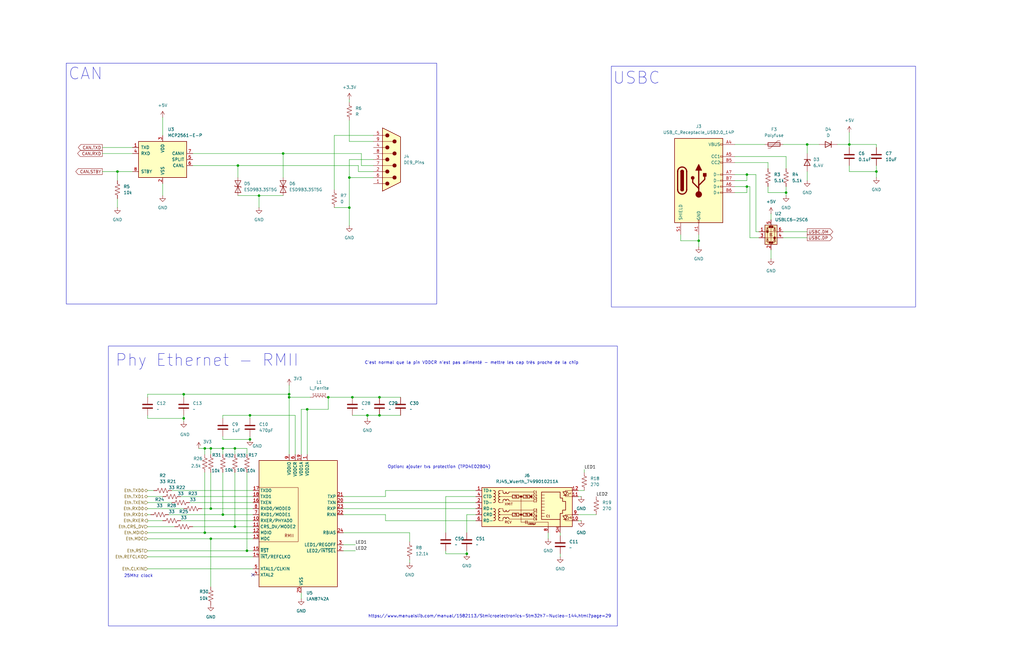
<source format=kicad_sch>
(kicad_sch (version 20250114) (generator "eeschema") (generator_version "9.0")
  (paper "B")
  (lib_symbols
    (symbol "Connector:DE9_Pins" (pin_names (offset 1.016) (hide yes))
      (property "Reference" "J" (at 0 13.97 0))
      (property "Value" "DE9_Pins" (at 0 -14.605 0))
      (symbol "DE9_Pins_1_1"
        (pin passive line (at -7.62 10.16 0) (length 3.81) (name "5") (number "5"))
        (pin passive line (at -7.62 7.62 0) (length 3.81) (name "9") (number "9"))
        (pin passive line (at -7.62 5.08 0) (length 3.81) (name "4") (number "4"))
        (pin passive line (at -7.62 2.54 0) (length 3.81) (name "8") (number "8"))
        (pin passive line (at -7.62 0 0) (length 3.81) (name "3") (number "3"))
        (pin passive line (at -7.62 -2.54 0) (length 3.81) (name "7") (number "7"))
        (pin passive line (at -7.62 -5.08 0) (length 3.81) (name "2") (number "2"))
        (pin passive line (at -7.62 -7.62 0) (length 3.81) (name "6") (number "6"))
        (pin passive line (at -7.62 -10.16 0) (length 3.81) (name "1") (number "1"))
      )
    )
    (symbol "Connector:RJ45_Wuerth_7499010211A"
      (property "Reference" "J" (at 17.78 10.16 0))
      (property "Value" "RJ45_Wuerth_7499010211A" (at -6.35 10.16 0))
      (symbol "RJ45_Wuerth_7499010211A_0_0"
        (text "XMIT" (at -8.255 1.905 0) (effects (font (size 1.016 1.016)) (justify left)))
        (text "RCV" (at -8.255 -5.715 0) (effects (font (size 1.016 1.016)) (justify left)))
        (text "C1" (at 4.699 6.985 0) (effects (font (size 0.889 0.889))))
        (text "C4" (at 4.699 5.715 0) (effects (font (size 0.889 0.889))))
        (text "C5" (at 4.699 4.445 0) (effects (font (size 0.889 0.889))))
        (text "C2" (at 4.699 3.175 0) (effects (font (size 0.889 0.889))))
        (text "C3" (at 4.699 -0.635 0) (effects (font (size 0.889 0.889))))
        (text "C7" (at 4.699 -1.905 0) (effects (font (size 0.889 0.889))))
        (text "C8" (at 4.699 -3.175 0) (effects (font (size 0.889 0.889))))
        (text "C6" (at 4.699 -4.445 0) (effects (font (size 0.889 0.889))))
        (text "C1" (at 10.16 -3.175 0) (effects (font (size 0.889 0.889))))
      )
      (symbol "RJ45_Wuerth_7499010211A_1_0"
        (text "1000pF" (at 3.302 -6.477 0) (effects (font (size 0.635 0.635))))
      )
      (symbol "RJ45_Wuerth_7499010211A_1_1"
        (text "75" (at -3.556 5.08 0) (effects (font (size 0.635 0.635))))
        (text "75" (at -3.556 -2.54 0) (effects (font (size 0.635 0.635))))
        (text "75" (at 1.016 5.08 0) (effects (font (size 0.635 0.635))))
        (text "75" (at 1.016 -2.54 0) (effects (font (size 0.635 0.635))))
        (text "Y" (at 19.558 6.35 0) (effects (font (size 0.635 0.635))))
        (text "G" (at 19.685 -3.81 0) (effects (font (size 0.635 0.635))))
        (pin passive line (at -20.32 7.62 0) (length 2.54) (name "TD+") (number "1"))
        (pin passive line (at -20.32 5.08 0) (length 2.54) (name "CTD") (number "4"))
        (pin passive line (at -20.32 2.54 0) (length 2.54) (name "TD-") (number "2"))
        (pin passive line (at -20.32 0 0) (length 2.54) (name "RD+") (number "3"))
        (pin passive line (at -20.32 -2.54 0) (length 2.54) (name "CRD") (number "5"))
        (pin passive line (at -20.32 -5.08 0) (length 2.54) (name "RD-") (number "6"))
        (pin power_in line (at 10.16 -10.16 90) (length 2.54) (name "") (number "8"))
        (pin passive line (at 15.24 -10.16 90) (length 2.54) (name "") (number "SH"))
        (pin no_connect line (at 20.32 0 0) (length 0) (hide yes) (name "NC") (number "7"))
        (pin passive line (at 22.86 7.62 180) (length 2.54) (name "") (number "12"))
        (pin passive line (at 22.86 5.08 180) (length 2.54) (name "") (number "11"))
        (pin passive line (at 22.86 -2.54 180) (length 2.54) (name "") (number "9"))
        (pin passive line (at 22.86 -5.08 180) (length 2.54) (name "") (number "10"))
      )
    )
    (symbol "Connector:USB_C_Receptacle_USB2.0_14P" (pin_names (offset 1.016))
      (property "Reference" "J" (at 0 22.225 0))
      (property "Value" "USB_C_Receptacle_USB2.0_14P" (at 0 19.685 0))
      (symbol "USB_C_Receptacle_USB2.0_14P_1_1"
        (pin passive line (at -7.62 -22.86 90) (length 5.08) (name "SHIELD") (number "S1"))
        (pin passive line (at 0 -22.86 90) (length 5.08) (name "GND") (number "A1"))
        (pin passive line (at 0 -22.86 90) (length 5.08) (hide yes) (name "GND") (number "A12"))
        (pin passive line (at 0 -22.86 90) (length 5.08) (hide yes) (name "GND") (number "B1"))
        (pin passive line (at 0 -22.86 90) (length 5.08) (hide yes) (name "GND") (number "B12"))
        (pin passive line (at 15.24 15.24 180) (length 5.08) (name "VBUS") (number "A4"))
        (pin passive line (at 15.24 15.24 180) (length 5.08) (hide yes) (name "VBUS") (number "A9"))
        (pin passive line (at 15.24 15.24 180) (length 5.08) (hide yes) (name "VBUS") (number "B4"))
        (pin passive line (at 15.24 15.24 180) (length 5.08) (hide yes) (name "VBUS") (number "B9"))
        (pin bidirectional line (at 15.24 10.16 180) (length 5.08) (name "CC1") (number "A5"))
        (pin bidirectional line (at 15.24 7.62 180) (length 5.08) (name "CC2") (number "B5"))
        (pin bidirectional line (at 15.24 2.54 180) (length 5.08) (name "D-") (number "A7"))
        (pin bidirectional line (at 15.24 0 180) (length 5.08) (name "D-") (number "B7"))
        (pin bidirectional line (at 15.24 -2.54 180) (length 5.08) (name "D+") (number "A6"))
        (pin bidirectional line (at 15.24 -5.08 180) (length 5.08) (name "D+") (number "B6"))
      )
    )
    (symbol "Device:C" (pin_numbers (hide yes)) (pin_names (offset 0.254))
      (property "Reference" "C" (at 0.635 2.54 0))
      (property "Value" "C" (at 0.635 -2.54 0))
      (symbol "C_1_1"
        (pin passive line (at 0 3.81 270) (length 2.794) (name "~") (number "1"))
        (pin passive line (at 0 -3.81 90) (length 2.794) (name "~") (number "2"))
      )
    )
    (symbol "Device:D" (pin_numbers (hide yes)) (pin_names (offset 1.016) (hide yes))
      (property "Reference" "D" (at 0 2.54 0))
      (property "Value" "D" (at 0 -2.54 0))
      (symbol "D_1_1"
        (pin passive line (at -3.81 0 0) (length 2.54) (name "K") (number "1"))
        (pin passive line (at 3.81 0 180) (length 2.54) (name "A") (number "2"))
      )
    )
    (symbol "Device:D_Zener" (pin_numbers (hide yes)) (pin_names (offset 1.016) (hide yes))
      (property "Reference" "D" (at 0 2.54 0))
      (property "Value" "D_Zener" (at 0 -2.54 0))
      (symbol "D_Zener_1_1"
        (pin passive line (at -3.81 0 0) (length 2.54) (name "K") (number "1"))
        (pin passive line (at 3.81 0 180) (length 2.54) (name "A") (number "2"))
      )
    )
    (symbol "Device:L_Ferrite" (pin_numbers (hide yes)) (pin_names (offset 1.016) (hide yes))
      (property "Reference" "L" (at -1.27 0 90))
      (property "Value" "L_Ferrite" (at 2.794 0 90))
      (symbol "L_Ferrite_1_1"
        (pin passive line (at 0 3.81 270) (length 1.27) (name "1") (number "1"))
        (pin passive line (at 0 -3.81 90) (length 1.27) (name "2") (number "2"))
      )
    )
    (symbol "Device:Polyfuse" (pin_numbers (hide yes)) (pin_names (offset 0))
      (property "Reference" "F" (at -2.54 0 90))
      (property "Value" "Polyfuse" (at 2.54 0 90))
      (symbol "Polyfuse_1_1"
        (pin passive line (at 0 3.81 270) (length 1.27) (name "~") (number "1"))
        (pin passive line (at 0 -3.81 90) (length 1.27) (name "~") (number "2"))
      )
    )
    (symbol "Device:R_US" (pin_numbers (hide yes)) (pin_names (offset 0))
      (property "Reference" "R" (at 2.54 0 90))
      (property "Value" "R_US" (at -2.54 0 90))
      (symbol "R_US_1_1"
        (pin passive line (at 0 3.81 270) (length 1.27) (name "~") (number "1"))
        (pin passive line (at 0 -3.81 90) (length 1.27) (name "~") (number "2"))
      )
    )
    (symbol "Diode:ESD9B3.3ST5G" (pin_numbers (hide yes)) (pin_names (offset 1.016) (hide yes))
      (property "Reference" "D" (at 0 2.54 0))
      (property "Value" "ESD9B3.3ST5G" (at 0 -2.54 0))
      (symbol "ESD9B3.3ST5G_1_1"
        (pin passive line (at -3.81 0 0) (length 2.54) (name "A1") (number "1"))
        (pin passive line (at 3.81 0 180) (length 2.54) (name "A2") (number "2"))
      )
    )
    (symbol "Interface_CAN_LIN:MCP2561-E-P" (pin_names (offset 1.016))
      (property "Reference" "U" (at -10.16 8.89 0))
      (property "Value" "MCP2561-E-P" (at 2.54 8.89 0))
      (symbol "MCP2561-E-P_1_1"
        (pin input line (at -12.7 5.08 0) (length 2.54) (name "TXD") (number "1"))
        (pin output line (at -12.7 2.54 0) (length 2.54) (name "RXD") (number "4"))
        (pin input line (at -12.7 -5.08 0) (length 2.54) (name "STBY") (number "8"))
        (pin power_in line (at 0 10.16 270) (length 2.54) (name "VDD") (number "3"))
        (pin power_in line (at 0 -10.16 90) (length 2.54) (name "VSS") (number "2"))
        (pin bidirectional line (at 12.7 2.54 180) (length 2.54) (name "CANH") (number "7"))
        (pin passive line (at 12.7 0 180) (length 2.54) (name "SPLIT") (number "5"))
        (pin bidirectional line (at 12.7 -2.54 180) (length 2.54) (name "CANL") (number "6"))
      )
    )
    (symbol "Interface_Ethernet:LAN8742A"
      (property "Reference" "U" (at -13.97 29.21 0))
      (property "Value" "LAN8742A" (at 15.24 29.21 0))
      (symbol "LAN8742A_0_0"
        (text "RMII" (at -5.08 -3.81 0) (effects (font (size 1.27 1.27))))
      )
      (symbol "LAN8742A_1_1"
        (pin input line (at -20.32 15.24 0) (length 2.54) (name "TXD0") (number "17"))
        (pin input line (at -20.32 12.7 0) (length 2.54) (name "TXD1") (number "18"))
        (pin input line (at -20.32 10.16 0) (length 2.54) (name "TXEN") (number "16"))
        (pin bidirectional line (at -20.32 7.62 0) (length 2.54) (name "RXD0/MODE0") (number "8"))
        (pin bidirectional line (at -20.32 5.08 0) (length 2.54) (name "RXD1/MODE1") (number "7"))
        (pin output line (at -20.32 2.54 0) (length 2.54) (name "RXER/PHYAD0") (number "10"))
        (pin bidirectional line (at -20.32 0 0) (length 2.54) (name "CRS_DV/MODE2") (number "11"))
        (pin bidirectional line (at -20.32 -2.54 0) (length 2.54) (name "MDIO") (number "12"))
        (pin input line (at -20.32 -5.08 0) (length 2.54) (name "MDC") (number "13"))
        (pin input line (at -20.32 -10.16 0) (length 2.54) (name "~{RST}") (number "15"))
        (pin output line (at -20.32 -12.7 0) (length 2.54) (name "~{INT}/REFCLKO") (number "14"))
        (pin input line (at -20.32 -17.78 0) (length 2.54) (name "XTAL1/CLKIN") (number "5"))
        (pin output line (at -20.32 -20.32 0) (length 2.54) (name "XTAL2") (number "4"))
        (pin power_in line (at -5.08 30.48 270) (length 2.54) (name "VDDIO") (number "9"))
        (pin power_in line (at -2.54 30.48 270) (length 2.54) (name "VDDCR") (number "6"))
        (pin power_in line (at 0 30.48 270) (length 2.54) (name "VDD1A") (number "19"))
        (pin power_in line (at 0 -27.94 90) (length 2.54) (name "VSS") (number "25"))
        (pin power_in line (at 2.54 30.48 270) (length 2.54) (name "VDD2A") (number "1"))
        (pin passive line (at 17.78 12.7 180) (length 2.54) (name "TXP") (number "21"))
        (pin passive line (at 17.78 10.16 180) (length 2.54) (name "TXN") (number "20"))
        (pin passive line (at 17.78 7.62 180) (length 2.54) (name "RXP") (number "23"))
        (pin passive line (at 17.78 5.08 180) (length 2.54) (name "RXN") (number "22"))
        (pin passive line (at 17.78 -2.54 180) (length 2.54) (name "RBIAS") (number "24"))
        (pin bidirectional line (at 17.78 -7.62 180) (length 2.54) (name "LED1/REGOFF") (number "3"))
        (pin bidirectional line (at 17.78 -10.16 180) (length 2.54) (name "LED2/~{INTSEL}") (number "2"))
      )
    )
    (symbol "Power_Protection:USBLC6-2SC6" (pin_names (hide yes))
      (property "Reference" "U" (at 0.635 5.715 0))
      (property "Value" "USBLC6-2SC6" (at 0.635 3.81 0))
      (symbol "USBLC6-2SC6_1_1"
        (pin passive line (at -5.08 0 0) (length 2.54) (name "I/O1") (number "1"))
        (pin passive line (at -5.08 -2.54 0) (length 2.54) (name "I/O2") (number "3"))
        (pin passive line (at 0 5.08 270) (length 2.54) (name "VBUS") (number "5"))
        (pin passive line (at 0 -7.62 90) (length 2.54) (name "GND") (number "2"))
        (pin passive line (at 5.08 0 180) (length 2.54) (name "I/O1") (number "6"))
        (pin passive line (at 5.08 -2.54 180) (length 2.54) (name "I/O2") (number "4"))
      )
    )
    (symbol "power:+3.3V" (power) (pin_numbers (hide yes)) (pin_names (offset 0) (hide yes))
      (property "Value" "+3.3V" (at 0 3.556 0))
      (symbol "+3.3V_1_1"
        (pin power_in line (at 0 0 90) (length 0) (name "~") (number "1"))
      )
    )
    (symbol "power:+5V" (power) (pin_numbers (hide yes)) (pin_names (offset 0) (hide yes))
      (property "Value" "+5V" (at 0 3.556 0))
      (symbol "+5V_1_1"
        (pin power_in line (at 0 0 90) (length 0) (name "~") (number "1"))
      )
    )
    (symbol "power:GND" (power) (pin_numbers (hide yes)) (pin_names (offset 0) (hide yes))
      (property "Value" "GND" (at 0 -3.81 0))
      (symbol "GND_1_1"
        (pin power_in line (at 0 0 270) (length 0) (name "~") (number "1"))
      )
    )
  )
  (rectangle (start 45.72 146.05) (end 260.35 264.16))
  (rectangle (start 27.94 26.67) (end 184.15 128.27))
  (rectangle (start 257.81 27.94) (end 386.08 129.54))
  (text "USBC\n" (at 258.318 33.02 0) (effects (font (size 5 5)) (justify left)))
  (text "https://www.manualslib.com/manual/1582113/Stmicroelectronics-Stm32h7-Nucleo-144.html?page=29" (at 206.502 260.096 0) (effects (font (size 1.27 1.27))))
  (text "Phy Ethernet - RMII" (at 48.514 152.146 0) (effects (font (size 5 5)) (justify left)))
  (text "Option: ajouter tvs protection (TPD4E02B04)" (at 185.166 197.104 0) (effects (font (size 1.27 1.27))))
  (text "C'est normal que la pin VDDCR n'est pas alimenté - mettre les cap très proche de la chip\n" (at 198.882 153.162 0) (effects (font (size 1.27 1.27))))
  (text "CAN\n" (at 28.702 31.242 0) (effects (font (size 5 5)) (justify left)))
  (text "25Mhz clock" (at 58.42 243.078 0) (effects (font (size 1.27 1.27))))
  (junction (at 104.14 232.41))
  (junction (at 314.96 78.74))
  (junction (at 121.92 167.64))
  (junction (at 77.47 176.53))
  (junction (at 331.47 81.28))
  (junction (at 100.33 69.85))
  (junction (at 147.32 74.93))
  (junction (at 160.02 175.26))
  (junction (at 369.57 72.39))
  (junction (at 105.41 185.42))
  (junction (at 109.22 82.55))
  (junction (at 294.64 101.6))
  (junction (at 88.9 189.23))
  (junction (at 121.92 166.37))
  (junction (at 105.41 175.26))
  (junction (at 314.96 73.66))
  (junction (at 88.9 214.63))
  (junction (at 86.36 189.23))
  (junction (at 93.98 217.17))
  (junction (at 99.06 222.25))
  (junction (at 129.54 172.72))
  (junction (at 99.06 189.23))
  (junction (at 148.59 167.64))
  (junction (at 93.98 189.23))
  (junction (at 88.9 227.33))
  (junction (at 119.38 64.77))
  (junction (at 340.36 60.96))
  (junction (at 86.36 224.79))
  (junction (at 154.94 175.26))
  (junction (at 77.47 166.37))
  (junction (at 160.02 167.64))
  (junction (at 358.14 60.96))
  (junction (at 49.53 72.39))
  (junction (at 138.43 167.64))
  (junction (at 196.85 233.68))
  (junction (at 147.32 87.63))
  (no_connect (at 106.68 242.57))
  (wire (pts (xy 62.23 167.64) (xy 62.23 166.37)))
  (wire (pts (xy 62.23 217.17) (xy 63.5 217.17)))
  (wire (pts (xy 162.56 217.17) (xy 144.78 217.17)))
  (wire (pts (xy 369.57 62.23) (xy 369.57 60.96)))
  (wire (pts (xy 105.41 175.26) (xy 124.46 175.26)))
  (wire (pts (xy 68.58 49.53) (xy 68.58 57.15)))
  (wire (pts (xy 77.47 167.64) (xy 77.47 166.37)))
  (wire (pts (xy 93.98 217.17) (xy 106.68 217.17)))
  (wire (pts (xy 88.9 189.23) (xy 93.98 189.23)))
  (wire (pts (xy 157.48 67.31) (xy 147.32 67.31)))
  (wire (pts (xy 287.02 101.6) (xy 294.64 101.6)))
  (wire (pts (xy 152.4 64.77) (xy 119.38 64.77)))
  (wire (pts (xy 62.23 176.53) (xy 77.47 176.53)))
  (wire (pts (xy 127 172.72) (xy 127 191.77)))
  (wire (pts (xy 62.23 166.37) (xy 77.47 166.37)))
  (wire (pts (xy 353.06 60.96) (xy 358.14 60.96)))
  (wire (pts (xy 325.12 90.17) (xy 325.12 92.71)))
  (wire (pts (xy 187.96 209.55) (xy 200.66 209.55)))
  (wire (pts (xy 148.59 167.64) (xy 160.02 167.64)))
  (wire (pts (xy 294.64 99.06) (xy 294.64 101.6)))
  (wire (pts (xy 99.06 199.39) (xy 99.06 222.25)))
  (wire (pts (xy 62.23 234.95) (xy 106.68 234.95)))
  (wire (pts (xy 369.57 60.96) (xy 358.14 60.96)))
  (wire (pts (xy 144.78 214.63) (xy 200.66 214.63)))
  (wire (pts (xy 49.53 76.2) (xy 49.53 72.39)))
  (wire (pts (xy 72.39 207.01) (xy 106.68 207.01)))
  (wire (pts (xy 62.23 222.25) (xy 73.66 222.25)))
  (wire (pts (xy 369.57 69.85) (xy 369.57 72.39)))
  (wire (pts (xy 147.32 50.8) (xy 147.32 59.69)))
  (wire (pts (xy 121.92 166.37) (xy 121.92 167.64)))
  (wire (pts (xy 121.92 162.56) (xy 121.92 166.37)))
  (wire (pts (xy 71.12 217.17) (xy 93.98 217.17)))
  (wire (pts (xy 127 250.19) (xy 127 252.73)))
  (wire (pts (xy 81.28 64.77) (xy 119.38 64.77)))
  (wire (pts (xy 323.85 78.74) (xy 323.85 81.28)))
  (wire (pts (xy 144.78 209.55) (xy 162.56 209.55)))
  (wire (pts (xy 81.28 222.25) (xy 99.06 222.25)))
  (wire (pts (xy 62.23 219.71) (xy 68.58 219.71)))
  (wire (pts (xy 144.78 212.09) (xy 200.66 212.09)))
  (wire (pts (xy 340.36 60.96) (xy 340.36 64.77)))
  (wire (pts (xy 62.23 240.03) (xy 106.68 240.03)))
  (wire (pts (xy 104.14 232.41) (xy 106.68 232.41)))
  (wire (pts (xy 236.22 233.68) (xy 236.22 234.95)))
  (wire (pts (xy 309.88 76.2) (xy 314.96 76.2)))
  (wire (pts (xy 144.78 224.79) (xy 172.72 224.79)))
  (wire (pts (xy 138.43 167.64) (xy 148.59 167.64)))
  (wire (pts (xy 93.98 175.26) (xy 105.41 175.26)))
  (wire (pts (xy 49.53 72.39) (xy 55.88 72.39)))
  (wire (pts (xy 86.36 199.39) (xy 86.36 224.79)))
  (wire (pts (xy 86.36 224.79) (xy 106.68 224.79)))
  (wire (pts (xy 121.92 167.64) (xy 130.81 167.64)))
  (wire (pts (xy 93.98 185.42) (xy 105.41 185.42)))
  (wire (pts (xy 358.14 72.39) (xy 369.57 72.39)))
  (wire (pts (xy 151.13 69.85) (xy 151.13 72.39)))
  (wire (pts (xy 88.9 227.33) (xy 88.9 247.65)))
  (wire (pts (xy 62.23 214.63) (xy 77.47 214.63)))
  (wire (pts (xy 99.06 222.25) (xy 106.68 222.25)))
  (wire (pts (xy 236.22 224.79) (xy 236.22 226.06)))
  (wire (pts (xy 62.23 232.41) (xy 104.14 232.41)))
  (wire (pts (xy 147.32 74.93) (xy 147.32 87.63)))
  (wire (pts (xy 160.02 167.64) (xy 168.91 167.64)))
  (wire (pts (xy 140.97 87.63) (xy 147.32 87.63)))
  (wire (pts (xy 172.72 224.79) (xy 172.72 228.6)))
  (wire (pts (xy 93.98 191.77) (xy 93.98 189.23)))
  (wire (pts (xy 323.85 81.28) (xy 331.47 81.28)))
  (wire (pts (xy 88.9 227.33) (xy 106.68 227.33)))
  (wire (pts (xy 330.2 100.33) (xy 340.36 100.33)))
  (wire (pts (xy 43.18 62.23) (xy 55.88 62.23)))
  (wire (pts (xy 196.85 232.41) (xy 196.85 233.68)))
  (wire (pts (xy 147.32 59.69) (xy 157.48 59.69)))
  (wire (pts (xy 104.14 191.77) (xy 104.14 189.23)))
  (wire (pts (xy 88.9 214.63) (xy 106.68 214.63)))
  (wire (pts (xy 151.13 72.39) (xy 157.48 72.39)))
  (wire (pts (xy 316.23 78.74) (xy 314.96 78.74)))
  (wire (pts (xy 172.72 236.22) (xy 172.72 237.49)))
  (wire (pts (xy 314.96 76.2) (xy 314.96 73.66)))
  (wire (pts (xy 157.48 57.15) (xy 140.97 57.15)))
  (wire (pts (xy 43.18 72.39) (xy 49.53 72.39)))
  (wire (pts (xy 149.86 232.41) (xy 144.78 232.41)))
  (wire (pts (xy 77.47 176.53) (xy 77.47 177.8)))
  (wire (pts (xy 93.98 199.39) (xy 93.98 217.17)))
  (wire (pts (xy 77.47 176.53) (xy 77.47 175.26)))
  (wire (pts (xy 129.54 172.72) (xy 127 172.72)))
  (wire (pts (xy 62.23 175.26) (xy 62.23 176.53)))
  (wire (pts (xy 309.88 60.96) (xy 322.58 60.96)))
  (wire (pts (xy 62.23 227.33) (xy 88.9 227.33)))
  (wire (pts (xy 77.47 166.37) (xy 121.92 166.37)))
  (wire (pts (xy 88.9 189.23) (xy 88.9 191.77)))
  (wire (pts (xy 331.47 78.74) (xy 331.47 81.28)))
  (wire (pts (xy 358.14 69.85) (xy 358.14 72.39)))
  (wire (pts (xy 358.14 60.96) (xy 358.14 62.23)))
  (wire (pts (xy 104.14 189.23) (xy 99.06 189.23)))
  (wire (pts (xy 76.2 209.55) (xy 106.68 209.55)))
  (wire (pts (xy 93.98 184.15) (xy 93.98 185.42)))
  (wire (pts (xy 330.2 60.96) (xy 340.36 60.96)))
  (wire (pts (xy 330.2 97.79) (xy 340.36 97.79)))
  (wire (pts (xy 49.53 83.82) (xy 49.53 87.63)))
  (wire (pts (xy 246.38 198.12) (xy 246.38 199.39)))
  (wire (pts (xy 160.02 175.26) (xy 168.91 175.26)))
  (wire (pts (xy 147.32 87.63) (xy 147.32 95.25)))
  (wire (pts (xy 76.2 219.71) (xy 106.68 219.71)))
  (wire (pts (xy 140.97 57.15) (xy 140.97 80.01)))
  (wire (pts (xy 105.41 184.15) (xy 105.41 185.42)))
  (wire (pts (xy 162.56 219.71) (xy 200.66 219.71)))
  (wire (pts (xy 358.14 55.88) (xy 358.14 60.96)))
  (wire (pts (xy 62.23 224.79) (xy 86.36 224.79)))
  (wire (pts (xy 309.88 81.28) (xy 314.96 81.28)))
  (wire (pts (xy 85.09 214.63) (xy 88.9 214.63)))
  (wire (pts (xy 104.14 199.39) (xy 104.14 232.41)))
  (wire (pts (xy 294.64 101.6) (xy 294.64 104.14)))
  (wire (pts (xy 314.96 78.74) (xy 314.96 81.28)))
  (wire (pts (xy 162.56 219.71) (xy 162.56 217.17)))
  (wire (pts (xy 100.33 69.85) (xy 100.33 74.93)))
  (wire (pts (xy 62.2985 212.09) (xy 72.39 212.09)))
  (wire (pts (xy 345.44 60.96) (xy 340.36 60.96)))
  (wire (pts (xy 105.41 175.26) (xy 105.41 176.53)))
  (wire (pts (xy 119.38 64.77) (xy 119.38 74.93)))
  (wire (pts (xy 68.58 77.47) (xy 68.58 82.55)))
  (wire (pts (xy 162.56 207.01) (xy 200.66 207.01)))
  (wire (pts (xy 109.22 82.55) (xy 109.22 87.63)))
  (wire (pts (xy 154.94 175.26) (xy 160.02 175.26)))
  (wire (pts (xy 100.33 69.85) (xy 151.13 69.85)))
  (wire (pts (xy 152.4 64.77) (xy 152.4 69.85)))
  (wire (pts (xy 318.77 73.66) (xy 314.96 73.66)))
  (wire (pts (xy 124.46 191.77) (xy 124.46 175.26)))
  (wire (pts (xy 109.22 82.55) (xy 119.38 82.55)))
  (wire (pts (xy 243.84 217.17) (xy 251.46 217.17)))
  (wire (pts (xy 86.36 189.23) (xy 88.9 189.23)))
  (wire (pts (xy 100.33 69.85) (xy 81.28 69.85)))
  (wire (pts (xy 340.36 72.39) (xy 340.36 76.2)))
  (wire (pts (xy 62.23 207.01) (xy 64.77 207.01)))
  (wire (pts (xy 320.04 100.33) (xy 316.23 100.33)))
  (wire (pts (xy 231.14 224.79) (xy 231.14 227.33)))
  (wire (pts (xy 331.47 66.04) (xy 331.47 71.12)))
  (wire (pts (xy 148.59 175.26) (xy 154.94 175.26)))
  (wire (pts (xy 80.01 212.09) (xy 106.68 212.09)))
  (wire (pts (xy 187.96 233.68) (xy 196.85 233.68)))
  (wire (pts (xy 369.57 72.39) (xy 369.57 74.93)))
  (wire (pts (xy 318.77 97.79) (xy 318.77 73.66)))
  (wire (pts (xy 147.32 41.91) (xy 147.32 43.18)))
  (wire (pts (xy 325.12 105.41) (xy 325.12 109.22)))
  (wire (pts (xy 138.43 172.72) (xy 129.54 172.72)))
  (wire (pts (xy 157.48 74.93) (xy 147.32 74.93)))
  (wire (pts (xy 154.94 176.53) (xy 154.94 175.26)))
  (wire (pts (xy 243.84 207.01) (xy 246.38 207.01)))
  (wire (pts (xy 331.47 81.28) (xy 331.47 82.55)))
  (wire (pts (xy 147.32 67.31) (xy 147.32 74.93)))
  (wire (pts (xy 162.56 207.01) (xy 162.56 209.55)))
  (wire (pts (xy 243.84 219.71) (xy 245.11 219.71)))
  (wire (pts (xy 93.98 189.23) (xy 99.06 189.23)))
  (wire (pts (xy 100.33 82.55) (xy 109.22 82.55)))
  (wire (pts (xy 309.88 73.66) (xy 314.96 73.66)))
  (wire (pts (xy 320.04 97.79) (xy 318.77 97.79)))
  (wire (pts (xy 93.98 176.53) (xy 93.98 175.26)))
  (wire (pts (xy 309.88 68.58) (xy 323.85 68.58)))
  (wire (pts (xy 309.88 66.04) (xy 331.47 66.04)))
  (wire (pts (xy 316.23 100.33) (xy 316.23 78.74)))
  (wire (pts (xy 121.92 167.64) (xy 121.92 191.77)))
  (wire (pts (xy 149.86 229.87) (xy 144.78 229.87)))
  (wire (pts (xy 62.23 209.55) (xy 68.58 209.55)))
  (wire (pts (xy 309.88 78.74) (xy 314.96 78.74)))
  (wire (pts (xy 99.06 191.77) (xy 99.06 189.23)))
  (wire (pts (xy 83.82 189.23) (xy 86.36 189.23)))
  (wire (pts (xy 152.4 69.85) (xy 157.48 69.85)))
  (wire (pts (xy 200.66 217.17) (xy 196.85 217.17)))
  (wire (pts (xy 129.54 172.72) (xy 129.54 191.77)))
  (wire (pts (xy 88.9 199.39) (xy 88.9 214.63)))
  (wire (pts (xy 323.85 68.58) (xy 323.85 71.12)))
  (wire (pts (xy 187.96 232.41) (xy 187.96 233.68)))
  (wire (pts (xy 187.96 224.79) (xy 187.96 209.55)))
  (wire (pts (xy 43.18 64.77) (xy 55.88 64.77)))
  (wire (pts (xy 196.85 217.17) (xy 196.85 224.79)))
  (wire (pts (xy 243.84 209.55) (xy 245.11 209.55)))
  (wire (pts (xy 86.36 189.23) (xy 86.36 191.77)))
  (wire (pts (xy 138.43 167.64) (xy 138.43 172.72)))
  (wire (pts (xy 287.02 99.06) (xy 287.02 101.6)))
  (label "LED2" (at 149.86 232.41 0))
  (label "LED1" (at 246.38 198.12 0))
  (label "LED1" (at 149.86 229.87 0))
  (label "LED2" (at 251.46 209.55 0))
  (global_label "CAN.RXD" (shape output) (at 43.18 64.77 180) (property "Intersheetrefs" "${INTERSHEET_REFS}" (effects (hide yes))))
  (global_label "USBC.DP" (shape output) (at 340.36 100.33 0) (property "Intersheetrefs" "${INTERSHEET_REFS}" (effects (hide yes))))
  (global_label "CAN.STBY" (shape output) (at 43.18 72.39 180) (property "Intersheetrefs" "${INTERSHEET_REFS}" (effects (hide yes))))
  (global_label "USBC.DM" (shape output) (at 340.36 97.79 0) (property "Intersheetrefs" "${INTERSHEET_REFS}" (effects (hide yes))))
  (global_label "CAN.TXD" (shape output) (at 43.18 62.23 180) (property "Intersheetrefs" "${INTERSHEET_REFS}" (effects (hide yes))))
  (hierarchical_label "Eth.RXD0" (shape bidirectional) (at 62.23 214.63 180))
  (hierarchical_label "Eth.RXER" (shape output) (at 62.23 219.71 180))
  (hierarchical_label "Eth.MDIO" (shape bidirectional) (at 62.23 224.79 180))
  (hierarchical_label "Eth.TXD1" (shape bidirectional) (at 62.23 209.55 180))
  (hierarchical_label "Eth.TXD0" (shape bidirectional) (at 62.23 207.01 180))
  (hierarchical_label "Eth.RST" (shape input) (at 62.23 232.41 180))
  (hierarchical_label "Eth.MDC" (shape input) (at 62.23 227.33 180))
  (hierarchical_label "Eth.CRS_DV" (shape input) (at 62.23 222.25 180))
  (hierarchical_label "Eth.RXD1" (shape bidirectional) (at 62.23 217.17 180))
  (hierarchical_label "Eth.CLKIN" (shape input) (at 62.23 240.03 180))
  (hierarchical_label "Eth.REFCLKO" (shape input) (at 62.23 234.95 180))
  (hierarchical_label "Eth.TXEN" (shape input) (at 62.2985 212.09 180))
  (symbol (lib_id "Interface_CAN_LIN:MCP2561-E-P") (at 68.58 67.31 0) (unit 1)
    (property "Reference" "U3" (at 70.7233 54.61 0) (effects (justify left)))
    (property "Value" "MCP2561-E-P" (at 70.7233 57.15 0) (effects (justify left)))
    (property "Footprint" "Package_DIP:DIP-8_W7.62mm" (effects (hide yes)))
    (property "Datasheet" "http://ww1.microchip.com/downloads/en/DeviceDoc/25167A.pdf" (effects (hide yes)))
    (property "Description" "High-Speed CAN Transceiver, 1Mbps, 5V supply, SPLIT pin, -40C to +125C, DIP-8" (effects (hide yes)))
  )
  (symbol (lib_id "power:+3.3V") (at 121.92 162.56 0) (unit 1)
    (property "Reference" "#PWR031" (effects (hide yes)))
    (property "Value" "3V3" (at 123.698 159.766 0) (effects (justify left)))
    (property "Description" "Power symbol creates a global label with name \"+3.3V\"" (effects (hide yes)))
  )
  (symbol (lib_id "Device:C") (at 62.23 171.45 0) (unit 1)
    (property "Reference" "C12" (at 66.04 170.1799 0) (effects (justify left)))
    (property "Value" "~" (at 66.04 172.7199 0) (effects (justify left)))
    (property "Description" "Unpolarized capacitor" (effects (hide yes)))
  )
  (symbol (lib_id "power:GND") (at 340.36 76.2 0) (unit 1)
    (property "Reference" "#PWR012" (effects (hide yes)))
    (property "Value" "GND" (at 340.36 81.28 0))
    (property "Description" "Power symbol creates a global label with name \"GND\" , ground" (effects (hide yes)))
  )
  (symbol (lib_id "power:GND") (at 369.57 74.93 0) (unit 1)
    (property "Reference" "#PWR011" (effects (hide yes)))
    (property "Value" "GND" (at 369.57 80.01 0))
    (property "Description" "Power symbol creates a global label with name \"GND\" , ground" (effects (hide yes)))
  )
  (symbol (lib_id "Device:R_US") (at 251.46 213.36 0) (unit 1)
    (property "Reference" "R19" (at 254 212.0899 0) (effects (justify left)))
    (property "Value" "270" (at 254 214.6299 0) (effects (justify left)))
    (property "Description" "Resistor, US symbol" (effects (hide yes)))
  )
  (symbol (lib_id "Device:R_US") (at 140.97 83.82 0) (unit 1)
    (property "Reference" "R7" (at 143.51 82.5499 0) (effects (justify left)))
    (property "Value" "0" (at 143.51 85.0899 0) (effects (justify left)))
    (property "Description" "Resistor, US symbol" (effects (hide yes)))
  )
  (symbol (lib_id "power:GND") (at 231.14 227.33 0) (unit 1)
    (property "Reference" "#PWR025" (effects (hide yes)))
    (property "Value" "GND" (at 231.14 232.41 0))
    (property "Description" "Power symbol creates a global label with name \"GND\" , ground" (effects (hide yes)))
  )
  (symbol (lib_id "Device:R_US") (at 76.2 212.09 90) (unit 1)
    (property "Reference" "R22" (at 76.2 205.74 90))
    (property "Value" "33" (at 76.2 208.28 90))
    (property "Description" "Resistor, US symbol" (effects (hide yes)))
  )
  (symbol (lib_id "Device:R_US") (at 72.39 209.55 90) (unit 1)
    (property "Reference" "R21" (at 72.39 203.2 90))
    (property "Value" "33" (at 72.39 205.74 90))
    (property "Description" "Resistor, US symbol" (effects (hide yes)))
  )
  (symbol (lib_id "Device:C") (at 93.98 180.34 0) (unit 1)
    (property "Reference" "C9" (at 97.79 179.0699 0) (effects (justify left)))
    (property "Value" "1uF" (at 97.79 181.6099 0) (effects (justify left)))
    (property "Description" "Unpolarized capacitor" (effects (hide yes)))
  )
  (symbol (lib_id "power:GND") (at 127 252.73 0) (unit 1)
    (property "Reference" "#PWR024" (effects (hide yes)))
    (property "Value" "GND" (at 127 257.81 0))
    (property "Description" "Power symbol creates a global label with name \"GND\" , ground" (effects (hide yes)))
  )
  (symbol (lib_id "Device:R_US") (at 323.85 74.93 0) (unit 1)
    (property "Reference" "R3" (at 326.39 73.6599 0) (effects (justify left)))
    (property "Value" "5.1k" (at 326.39 76.1999 0) (effects (justify left)))
    (property "Description" "Resistor, US symbol" (effects (hide yes)))
  )
  (symbol (lib_id "Device:C") (at 160.02 171.45 0) (unit 1)
    (property "Reference" "C29" (at 163.83 170.1799 0) (effects (justify left)))
    (property "Value" "~" (at 163.83 172.7199 0) (effects (justify left)))
    (property "Description" "Unpolarized capacitor" (effects (hide yes)))
  )
  (symbol (lib_id "power:GND") (at 172.72 237.49 0) (unit 1)
    (property "Reference" "#PWR027" (effects (hide yes)))
    (property "Value" "GND" (at 172.72 242.57 0))
    (property "Description" "Power symbol creates a global label with name \"GND\" , ground" (effects (hide yes)))
  )
  (symbol (lib_id "Device:C") (at 369.57 66.04 0) (unit 1)
    (property "Reference" "C7" (at 373.38 64.7699 0) (effects (justify left)))
    (property "Value" "10uF" (at 373.38 67.3099 0) (effects (justify left)))
    (property "Description" "Unpolarized capacitor" (effects (hide yes)))
  )
  (symbol (lib_id "Device:Polyfuse") (at 326.39 60.96 90) (unit 1)
    (property "Reference" "F3" (at 326.39 54.61 90))
    (property "Value" "Polyfuse" (at 326.39 57.15 90))
    (property "Description" "Resettable fuse, polymeric positive temperature coefficient" (effects (hide yes)))
  )
  (symbol (lib_id "Device:R_US") (at 86.36 195.58 0) (unit 1)
    (property "Reference" "R26" (at 81.534 193.548 0) (effects (justify left)))
    (property "Value" "2.5k" (at 80.518 196.596 0) (effects (justify left)))
    (property "Description" "Resistor, US symbol" (effects (hide yes)))
  )
  (symbol (lib_id "power:GND") (at 49.53 87.63 0) (unit 1)
    (property "Reference" "#PWR021" (effects (hide yes)))
    (property "Value" "GND" (at 49.53 92.71 0))
    (property "Description" "Power symbol creates a global label with name \"GND\" , ground" (effects (hide yes)))
  )
  (symbol (lib_id "Interface_Ethernet:LAN8742A") (at 127 222.25 0) (unit 1)
    (property "Reference" "U5" (at 129.1433 250.19 0) (effects (justify left)))
    (property "Value" "LAN8742A" (at 129.1433 252.73 0) (effects (justify left)))
    (property "Footprint" "Package_DFN_QFN:VQFN-24-1EP_4x4mm_P0.5mm_EP2.5x2.5mm_ThermalVias" (effects (hide yes)))
    (property "Datasheet" "http://ww1.microchip.com/downloads/en/DeviceDoc/8742a.pdf" (effects (hide yes)))
    (property "Description" "LAN8720 Ethernet PHY with RMII interface, QFN-24" (effects (hide yes)))
  )
  (symbol (lib_id "power:GND") (at 294.64 104.14 0) (unit 1)
    (property "Reference" "#PWR014" (effects (hide yes)))
    (property "Value" "GND" (at 294.64 109.22 0))
    (property "Description" "Power symbol creates a global label with name \"GND\" , ground" (effects (hide yes)))
  )
  (symbol (lib_id "Device:R_US") (at 68.58 207.01 90) (unit 1)
    (property "Reference" "R2" (at 68.58 200.66 90))
    (property "Value" "33" (at 68.58 203.2 90))
    (property "Description" "Resistor, US symbol" (effects (hide yes)))
  )
  (symbol (lib_id "Device:R_US") (at 49.53 80.01 0) (unit 1)
    (property "Reference" "R5" (at 52.07 78.7399 0) (effects (justify left)))
    (property "Value" "10k" (at 52.07 81.2799 0) (effects (justify left)))
    (property "Description" "Resistor, US symbol" (effects (hide yes)))
  )
  (symbol (lib_id "Device:R_US") (at 77.47 222.25 90) (unit 1)
    (property "Reference" "R25" (at 77.47 215.9 90))
    (property "Value" "33" (at 77.47 218.44 90))
    (property "Description" "Resistor, US symbol" (effects (hide yes)))
  )
  (symbol (lib_id "Device:R_US") (at 99.06 195.58 0) (unit 1)
    (property "Reference" "R33" (at 99.822 192.278 0) (effects (justify left)))
    (property "Value" "10k" (at 99.822 198.374 0) (effects (justify left)))
    (property "Description" "Resistor, US symbol" (effects (hide yes)))
  )
  (symbol (lib_id "Device:R_US") (at 93.98 195.58 0) (unit 1)
    (property "Reference" "R32" (at 94.742 192.278 0) (effects (justify left)))
    (property "Value" "10k" (at 94.742 198.374 0) (effects (justify left)))
    (property "Description" "Resistor, US symbol" (effects (hide yes)))
  )
  (symbol (lib_id "Device:L_Ferrite") (at 134.62 167.64 90) (unit 1)
    (property "Reference" "L1" (at 134.62 161.29 90))
    (property "Value" "L_Ferrite" (at 134.62 163.83 90))
    (property "Description" "Inductor with ferrite core" (effects (hide yes)))
  )
  (symbol (lib_id "Device:C") (at 196.85 228.6 0) (unit 1)
    (property "Reference" "C51" (at 200.66 227.3299 0) (effects (justify left)))
    (property "Value" "~" (at 200.66 229.8699 0) (effects (justify left)))
    (property "Description" "Unpolarized capacitor" (effects (hide yes)))
  )
  (symbol (lib_id "power:GND") (at 154.94 176.53 0) (unit 1)
    (property "Reference" "#PWR028" (effects (hide yes)))
    (property "Value" "GND" (at 154.94 181.61 0))
    (property "Description" "Power symbol creates a global label with name \"GND\" , ground" (effects (hide yes)))
  )
  (symbol (lib_id "Device:D_Zener") (at 340.36 68.58 270) (unit 1)
    (property "Reference" "D3" (at 342.9 67.3099 90) (effects (justify left)))
    (property "Value" "6.4V" (at 342.9 69.8499 90) (effects (justify left)))
    (property "Description" "Zener diode" (effects (hide yes)))
  )
  (symbol (lib_id "Device:D") (at 349.25 60.96 180) (unit 1)
    (property "Reference" "D4" (at 349.25 54.61 0))
    (property "Value" "D" (at 349.25 57.15 0))
    (property "Description" "Diode" (effects (hide yes)))
    (property "Sim.Device" "D" (effects (hide yes)))
    (property "Sim.Pins" "1=K 2=A" (effects (hide yes)))
  )
  (symbol (lib_id "power:GND") (at 68.58 82.55 0) (unit 1)
    (property "Reference" "#PWR017" (effects (hide yes)))
    (property "Value" "GND" (at 68.58 87.63 0))
    (property "Description" "Power symbol creates a global label with name \"GND\" , ground" (effects (hide yes)))
  )
  (symbol (lib_id "Device:R_US") (at 88.9 251.46 0) (unit 1)
    (property "Reference" "R30" (at 84.074 249.682 0) (effects (justify left)))
    (property "Value" "10k" (at 84.074 252.476 0) (effects (justify left)))
    (property "Description" "Resistor, US symbol" (effects (hide yes)))
  )
  (symbol (lib_id "Power_Protection:USBLC6-2SC6") (at 325.12 97.79 0) (unit 1)
    (property "Reference" "U2" (at 326.7711 90.17 0) (effects (justify left)))
    (property "Value" "USBLC6-2SC6" (at 326.7711 92.71 0) (effects (justify left)))
    (property "Footprint" "Package_TO_SOT_SMD:SOT-23-6" (effects (hide yes)))
    (property "Datasheet" "https://www.st.com/resource/en/datasheet/usblc6-2.pdf" (effects (hide yes)))
    (property "Description" "Very low capacitance ESD protection diode, 2 data-line, SOT-23-6" (effects (hide yes)))
  )
  (symbol (lib_id "Connector:DE9_Pins") (at 165.1 67.31 0) (unit 1)
    (property "Reference" "J4" (at 170.18 66.0399 0) (effects (justify left)))
    (property "Value" "DE9_Pins" (at 170.18 68.5799 0) (effects (justify left)))
    (property "Description" "9-pin D-SUB connector, pins (male)" (effects (hide yes)))
  )
  (symbol (lib_id "power:GND") (at 236.22 234.95 0) (unit 1)
    (property "Reference" "#PWR026" (effects (hide yes)))
    (property "Value" "GND" (at 236.22 240.03 0))
    (property "Description" "Power symbol creates a global label with name \"GND\" , ground" (effects (hide yes)))
  )
  (symbol (lib_id "Device:C") (at 148.59 171.45 0) (unit 1)
    (property "Reference" "C28" (at 152.4 170.1799 0) (effects (justify left)))
    (property "Value" "~" (at 152.4 172.7199 0) (effects (justify left)))
    (property "Description" "Unpolarized capacitor" (effects (hide yes)))
  )
  (symbol (lib_id "Device:C") (at 358.14 66.04 0) (unit 1)
    (property "Reference" "C6" (at 361.95 64.7699 0) (effects (justify left)))
    (property "Value" "0.1uF" (at 361.95 67.3099 0) (effects (justify left)))
    (property "Description" "Unpolarized capacitor" (effects (hide yes)))
  )
  (symbol (lib_id "Connector:RJ45_Wuerth_7499010211A") (at 220.98 214.63 0) (unit 1)
    (property "Reference" "J6" (at 222.25 200.66 0))
    (property "Value" "RJ45_Wuerth_7499010211A" (at 222.25 203.2 0))
    (property "Footprint" "Connector_RJ:RJ45_Wuerth_7499010211A_Horizontal" (effects (hide yes)))
    (property "Datasheet" "https://www.we-online.com/components/products/datasheet/7499010211A.pdf" (effects (hide yes)))
    (property "Description" "LAN Transformer Jack, RJ45, 10/100 BaseT, tab down" (effects (hide yes)))
  )
  (symbol (lib_id "power:+5V") (at 358.14 55.88 0) (unit 1)
    (property "Reference" "#PWR010" (effects (hide yes)))
    (property "Value" "+5V" (at 358.14 50.8 0))
    (property "Description" "Power symbol creates a global label with name \"+5V\"" (effects (hide yes)))
  )
  (symbol (lib_id "power:GND") (at 77.47 177.8 0) (unit 1)
    (property "Reference" "#PWR023" (effects (hide yes)))
    (property "Value" "GND" (at 77.978 183.388 0))
    (property "Description" "Power symbol creates a global label with name \"GND\" , ground" (effects (hide yes)))
  )
  (symbol (lib_id "Device:C") (at 187.96 228.6 0) (unit 1)
    (property "Reference" "C50" (at 191.77 227.3299 0) (effects (justify left)))
    (property "Value" "~" (at 191.77 229.8699 0) (effects (justify left)))
    (property "Description" "Unpolarized capacitor" (effects (hide yes)))
  )
  (symbol (lib_id "power:GND") (at 88.9 255.27 0) (unit 1)
    (property "Reference" "#PWR08" (effects (hide yes)))
    (property "Value" "GND" (at 88.9 260.35 0))
    (property "Description" "Power symbol creates a global label with name \"GND\" , ground" (effects (hide yes)))
  )
  (symbol (lib_id "power:GND") (at 109.22 87.63 0) (unit 1)
    (property "Reference" "#PWR019" (effects (hide yes)))
    (property "Value" "GND" (at 109.22 92.71 0))
    (property "Description" "Power symbol creates a global label with name \"GND\" , ground" (effects (hide yes)))
  )
  (symbol (lib_id "Diode:ESD9B3.3ST5G") (at 119.38 78.74 90) (unit 1)
    (property "Reference" "D6" (at 121.92 77.4699 90) (effects (justify right)))
    (property "Value" "ESD9B3.3ST5G" (at 121.92 80.0099 90) (effects (justify right)))
    (property "Footprint" "Diode_SMD:D_SOD-923" (effects (hide yes)))
    (property "Datasheet" "https://www.onsemi.com/pub/Collateral/ESD9B-D.PDF" (effects (hide yes)))
    (property "Description" "ESD protection diode, 3.3Vrwm, SOD-923" (effects (hide yes)))
  )
  (symbol (lib_id "Device:R_US") (at 331.47 74.93 0) (unit 1)
    (property "Reference" "R4" (at 334.01 73.6599 0) (effects (justify left)))
    (property "Value" "5.1k" (at 334.01 76.1999 0) (effects (justify left)))
    (property "Description" "Resistor, US symbol" (effects (hide yes)))
  )
  (symbol (lib_id "power:GND") (at 325.12 109.22 0) (unit 1)
    (property "Reference" "#PWR016" (effects (hide yes)))
    (property "Value" "GND" (at 325.12 114.3 0))
    (property "Description" "Power symbol creates a global label with name \"GND\" , ground" (effects (hide yes)))
  )
  (symbol (lib_id "power:GND") (at 196.85 233.68 0) (unit 1)
    (property "Reference" "#PWR035" (effects (hide yes)))
    (property "Value" "GND" (at 196.85 238.76 0))
    (property "Description" "Power symbol creates a global label with name \"GND\" , ground" (effects (hide yes)))
  )
  (symbol (lib_id "Device:R_US") (at 81.28 214.63 90) (unit 1)
    (property "Reference" "R23" (at 81.28 208.28 90))
    (property "Value" "33" (at 81.28 210.82 90))
    (property "Description" "Resistor, US symbol" (effects (hide yes)))
  )
  (symbol (lib_id "power:GND") (at 331.47 82.55 0) (unit 1)
    (property "Reference" "#PWR013" (effects (hide yes)))
    (property "Value" "GND" (at 331.47 87.63 0))
    (property "Description" "Power symbol creates a global label with name \"GND\" , ground" (effects (hide yes)))
  )
  (symbol (lib_id "Device:R_US") (at 246.38 203.2 0) (unit 1)
    (property "Reference" "R18" (at 248.92 201.9299 0) (effects (justify left)))
    (property "Value" "270" (at 248.92 204.4699 0) (effects (justify left)))
    (property "Description" "Resistor, US symbol" (effects (hide yes)))
  )
  (symbol (lib_id "Device:C") (at 236.22 229.87 0) (unit 1)
    (property "Reference" "C11" (at 240.03 228.5999 0) (effects (justify left)))
    (property "Value" "~" (at 240.03 231.1399 0) (effects (justify left)))
    (property "Description" "Unpolarized capacitor" (effects (hide yes)))
  )
  (symbol (lib_id "power:+5V") (at 68.58 49.53 0) (unit 1)
    (property "Reference" "#PWR020" (effects (hide yes)))
    (property "Value" "+5V" (at 68.58 44.45 0))
    (property "Description" "Power symbol creates a global label with name \"+5V\"" (effects (hide yes)))
  )
  (symbol (lib_id "power:GND") (at 245.11 209.55 0) (unit 1)
    (property "Reference" "#PWR030" (effects (hide yes)))
    (property "Value" "GND" (at 245.11 214.63 0))
    (property "Description" "Power symbol creates a global label with name \"GND\" , ground" (effects (hide yes)))
  )
  (symbol (lib_id "power:+3.3V") (at 83.82 189.23 0) (unit 1)
    (property "Reference" "#PWR029" (effects (hide yes)))
    (property "Value" "3V3" (at 85.598 186.436 0) (effects (justify left)))
    (property "Description" "Power symbol creates a global label with name \"+3.3V\"" (effects (hide yes)))
  )
  (symbol (lib_id "power:+5V") (at 325.12 90.17 0) (unit 1)
    (property "Reference" "#PWR015" (effects (hide yes)))
    (property "Value" "+5V" (at 325.12 85.09 0))
    (property "Description" "Power symbol creates a global label with name \"+5V\"" (effects (hide yes)))
  )
  (symbol (lib_id "Device:C") (at 168.91 171.45 0) (unit 1)
    (property "Reference" "C30" (at 172.72 170.1799 0) (effects (justify left)))
    (property "Value" "~" (at 172.72 172.7199 0) (effects (justify left)))
    (property "Description" "Unpolarized capacitor" (effects (hide yes)))
  )
  (symbol (lib_id "Device:C") (at 77.47 171.45 0) (unit 1)
    (property "Reference" "C13" (at 81.28 170.1799 0) (effects (justify left)))
    (property "Value" "~" (at 81.28 172.7199 0) (effects (justify left)))
    (property "Description" "Unpolarized capacitor" (effects (hide yes)))
  )
  (symbol (lib_id "Device:R_US") (at 88.9 195.58 0) (unit 1)
    (property "Reference" "R31" (at 89.408 192.024 0) (effects (justify left)))
    (property "Value" "10k" (at 89.154 198.628 0) (effects (justify left)))
    (property "Description" "Resistor, US symbol" (effects (hide yes)))
  )
  (symbol (lib_id "Device:R_US") (at 67.31 217.17 90) (unit 1)
    (property "Reference" "R24" (at 67.31 210.82 90))
    (property "Value" "33" (at 67.31 213.36 90))
    (property "Description" "Resistor, US symbol" (effects (hide yes)))
  )
  (symbol (lib_id "power:GND") (at 245.11 219.71 0) (unit 1)
    (property "Reference" "#PWR032" (effects (hide yes)))
    (property "Value" "GND" (at 245.11 224.79 0))
    (property "Description" "Power symbol creates a global label with name \"GND\" , ground" (effects (hide yes)))
  )
  (symbol (lib_id "Device:R_US") (at 147.32 46.99 0) (unit 1)
    (property "Reference" "R6" (at 149.86 45.7199 0) (effects (justify left)))
    (property "Value" "R" (at 149.86 48.2599 0) (effects (justify left)))
    (property "Description" "Resistor, US symbol" (effects (hide yes)))
  )
  (symbol (lib_id "power:GND") (at 105.41 185.42 0) (unit 1)
    (property "Reference" "#PWR033" (effects (hide yes)))
    (property "Value" "GND" (at 108.458 188.214 0))
    (property "Description" "Power symbol creates a global label with name \"GND\" , ground" (effects (hide yes)))
  )
  (symbol (lib_id "Device:R_US") (at 172.72 232.41 0) (unit 1)
    (property "Reference" "R8" (at 175.26 231.1399 0) (effects (justify left)))
    (property "Value" "12.1k" (at 175.26 233.6799 0) (effects (justify left)))
    (property "Description" "Resistor, US symbol" (effects (hide yes)))
  )
  (symbol (lib_id "Device:C") (at 105.41 180.34 0) (unit 1)
    (property "Reference" "C10" (at 109.22 179.0699 0) (effects (justify left)))
    (property "Value" "470pF" (at 109.22 181.6099 0) (effects (justify left)))
    (property "Description" "Unpolarized capacitor" (effects (hide yes)))
  )
  (symbol (lib_id "power:+3.3V") (at 147.32 41.91 0) (unit 1)
    (property "Reference" "#PWR022" (effects (hide yes)))
    (property "Value" "+3.3V" (at 147.32 36.83 0))
    (property "Description" "Power symbol creates a global label with name \"+3.3V\"" (effects (hide yes)))
  )
  (symbol (lib_id "Device:R_US") (at 104.14 195.58 0) (unit 1)
    (property "Reference" "R17" (at 104.648 192.024 0) (effects (justify left)))
    (property "Value" "10k" (at 104.14 198.628 0) (effects (justify left)))
    (property "Description" "Resistor, US symbol" (effects (hide yes)))
  )
  (symbol (lib_id "Diode:ESD9B3.3ST5G") (at 100.33 78.74 90) (unit 1)
    (property "Reference" "D5" (at 102.87 77.4699 90) (effects (justify right)))
    (property "Value" "ESD9B3.3ST5G" (at 102.87 80.0099 90) (effects (justify right)))
    (property "Footprint" "Diode_SMD:D_SOD-923" (effects (hide yes)))
    (property "Datasheet" "https://www.onsemi.com/pub/Collateral/ESD9B-D.PDF" (effects (hide yes)))
    (property "Description" "ESD protection diode, 3.3Vrwm, SOD-923" (effects (hide yes)))
  )
  (symbol (lib_id "Connector:USB_C_Receptacle_USB2.0_14P") (at 294.64 76.2 0) (unit 1)
    (property "Reference" "J3" (at 294.64 53.34 0))
    (property "Value" "USB_C_Receptacle_USB2.0_14P" (at 294.64 55.88 0))
    (property "Datasheet" "https://www.usb.org/sites/default/files/documents/usb_type-c.zip" (effects (hide yes)))
    (property "Description" "USB 2.0-only 14P Type-C Receptacle connector" (effects (hide yes)))
  )
  (symbol (lib_id "power:GND") (at 147.32 95.25 0) (unit 1)
    (property "Reference" "#PWR018" (effects (hide yes)))
    (property "Value" "GND" (at 147.32 100.33 0))
    (property "Description" "Power symbol creates a global label with name \"GND\" , ground" (effects (hide yes)))
  )
  (symbol (lib_id "Device:R_US") (at 72.39 219.71 90) (unit 1)
    (property "Reference" "R28" (at 72.39 213.36 90))
    (property "Value" "33" (at 72.39 215.9 90))
    (property "Description" "Resistor, US symbol" (effects (hide yes)))
  )
)
</source>
